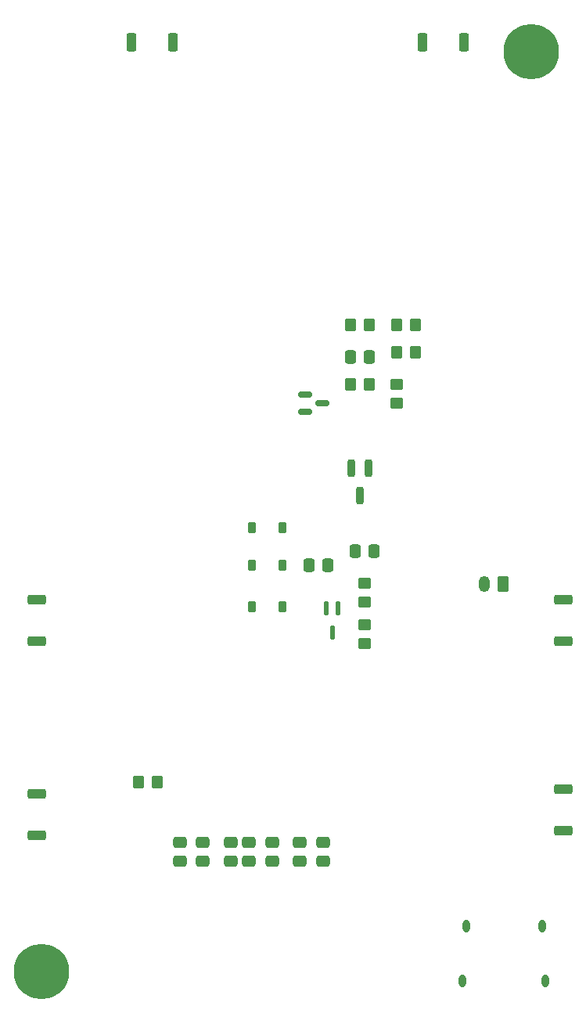
<source format=gbr>
%TF.GenerationSoftware,KiCad,Pcbnew,9.0.6*%
%TF.CreationDate,2025-11-24T16:31:49-05:00*%
%TF.ProjectId,EPD_HUB_ESP32,4550445f-4855-4425-9f45-535033322e6b,rev?*%
%TF.SameCoordinates,Original*%
%TF.FileFunction,Soldermask,Top*%
%TF.FilePolarity,Negative*%
%FSLAX46Y46*%
G04 Gerber Fmt 4.6, Leading zero omitted, Abs format (unit mm)*
G04 Created by KiCad (PCBNEW 9.0.6) date 2025-11-24 16:31:49*
%MOMM*%
%LPD*%
G01*
G04 APERTURE LIST*
G04 Aperture macros list*
%AMRoundRect*
0 Rectangle with rounded corners*
0 $1 Rounding radius*
0 $2 $3 $4 $5 $6 $7 $8 $9 X,Y pos of 4 corners*
0 Add a 4 corners polygon primitive as box body*
4,1,4,$2,$3,$4,$5,$6,$7,$8,$9,$2,$3,0*
0 Add four circle primitives for the rounded corners*
1,1,$1+$1,$2,$3*
1,1,$1+$1,$4,$5*
1,1,$1+$1,$6,$7*
1,1,$1+$1,$8,$9*
0 Add four rect primitives between the rounded corners*
20,1,$1+$1,$2,$3,$4,$5,0*
20,1,$1+$1,$4,$5,$6,$7,0*
20,1,$1+$1,$6,$7,$8,$9,0*
20,1,$1+$1,$8,$9,$2,$3,0*%
G04 Aperture macros list end*
%ADD10C,6.000000*%
%ADD11RoundRect,0.250000X0.475000X-0.337500X0.475000X0.337500X-0.475000X0.337500X-0.475000X-0.337500X0*%
%ADD12RoundRect,0.250000X-0.450000X0.350000X-0.450000X-0.350000X0.450000X-0.350000X0.450000X0.350000X0*%
%ADD13RoundRect,0.250000X-0.275000X-0.750000X0.275000X-0.750000X0.275000X0.750000X-0.275000X0.750000X0*%
%ADD14RoundRect,0.250000X-0.350000X-0.450000X0.350000X-0.450000X0.350000X0.450000X-0.350000X0.450000X0*%
%ADD15RoundRect,0.250000X0.750000X-0.275000X0.750000X0.275000X-0.750000X0.275000X-0.750000X-0.275000X0*%
%ADD16RoundRect,0.225000X-0.225000X-0.375000X0.225000X-0.375000X0.225000X0.375000X-0.225000X0.375000X0*%
%ADD17RoundRect,0.250000X0.337500X0.475000X-0.337500X0.475000X-0.337500X-0.475000X0.337500X-0.475000X0*%
%ADD18RoundRect,0.250000X0.350000X0.450000X-0.350000X0.450000X-0.350000X-0.450000X0.350000X-0.450000X0*%
%ADD19RoundRect,0.225000X0.225000X0.375000X-0.225000X0.375000X-0.225000X-0.375000X0.225000X-0.375000X0*%
%ADD20RoundRect,0.250000X-0.337500X-0.475000X0.337500X-0.475000X0.337500X0.475000X-0.337500X0.475000X0*%
%ADD21RoundRect,0.250000X-0.750000X0.275000X-0.750000X-0.275000X0.750000X-0.275000X0.750000X0.275000X0*%
%ADD22RoundRect,0.250000X0.275000X0.750000X-0.275000X0.750000X-0.275000X-0.750000X0.275000X-0.750000X0*%
%ADD23RoundRect,0.200000X-0.200000X0.750000X-0.200000X-0.750000X0.200000X-0.750000X0.200000X0.750000X0*%
%ADD24RoundRect,0.112500X0.112500X0.637500X-0.112500X0.637500X-0.112500X-0.637500X0.112500X-0.637500X0*%
%ADD25RoundRect,0.150000X-0.587500X-0.150000X0.587500X-0.150000X0.587500X0.150000X-0.587500X0.150000X0*%
%ADD26RoundRect,0.250000X0.350000X0.625000X-0.350000X0.625000X-0.350000X-0.625000X0.350000X-0.625000X0*%
%ADD27O,1.200000X1.750000*%
%ADD28O,0.800000X1.400000*%
G04 APERTURE END LIST*
D10*
%TO.C,REF_1*%
X165000000Y-48000000D03*
%TD*%
%TO.C,REF_2*%
X112000000Y-147500000D03*
%TD*%
D11*
%TO.C,C18*%
X136938840Y-135537500D03*
X136938840Y-133462500D03*
%TD*%
D12*
%TO.C,R15*%
X146938840Y-105500000D03*
X146938840Y-107500000D03*
%TD*%
D11*
%TO.C,C15*%
X129438840Y-135537500D03*
X129438840Y-133462500D03*
%TD*%
D13*
%TO.C,SW3*%
X121713840Y-47000000D03*
X126163840Y-47000000D03*
%TD*%
D14*
%TO.C,R11*%
X122500000Y-127000000D03*
X124500000Y-127000000D03*
%TD*%
D15*
%TO.C,SW7*%
X111438840Y-111725000D03*
X111438840Y-107275000D03*
%TD*%
D16*
%TO.C,D6*%
X134788840Y-103500000D03*
X138088840Y-103500000D03*
%TD*%
D14*
%TO.C,R16*%
X145438840Y-84000000D03*
X147438840Y-84000000D03*
%TD*%
D17*
%TO.C,C10*%
X147976340Y-102000000D03*
X145901340Y-102000000D03*
%TD*%
D18*
%TO.C,R18*%
X152438840Y-80500000D03*
X150438840Y-80500000D03*
%TD*%
D19*
%TO.C,D5*%
X138088840Y-108000000D03*
X134788840Y-108000000D03*
%TD*%
D20*
%TO.C,C11*%
X140901340Y-103500000D03*
X142976340Y-103500000D03*
%TD*%
D11*
%TO.C,C13*%
X132438840Y-135537500D03*
X132438840Y-133462500D03*
%TD*%
D18*
%TO.C,R17*%
X147438840Y-77500000D03*
X145438840Y-77500000D03*
%TD*%
D14*
%TO.C,R19*%
X150438840Y-77500000D03*
X152438840Y-77500000D03*
%TD*%
D11*
%TO.C,C20*%
X126938840Y-135537500D03*
X126938840Y-133462500D03*
%TD*%
D21*
%TO.C,SW5*%
X111438840Y-128275000D03*
X111438840Y-132725000D03*
%TD*%
D11*
%TO.C,C19*%
X134438840Y-135537500D03*
X134438840Y-133462500D03*
%TD*%
D15*
%TO.C,SW4*%
X168438840Y-111725000D03*
X168438840Y-107275000D03*
%TD*%
D22*
%TO.C,SW2*%
X157663840Y-47000000D03*
X153213840Y-47000000D03*
%TD*%
D17*
%TO.C,C12*%
X147476340Y-81000000D03*
X145401340Y-81000000D03*
%TD*%
D12*
%TO.C,R14*%
X146938840Y-110000000D03*
X146938840Y-112000000D03*
%TD*%
D23*
%TO.C,Q5*%
X147388840Y-93000000D03*
X145488840Y-93000000D03*
X146438840Y-96000000D03*
%TD*%
D21*
%TO.C,SW1*%
X168438840Y-127775000D03*
X168438840Y-132225000D03*
%TD*%
D19*
%TO.C,D4*%
X138088840Y-99500000D03*
X134788840Y-99500000D03*
%TD*%
D24*
%TO.C,Q4*%
X144088840Y-108170000D03*
X142788840Y-108170000D03*
X143438840Y-110830000D03*
%TD*%
D12*
%TO.C,R20*%
X150438840Y-84000000D03*
X150438840Y-86000000D03*
%TD*%
D11*
%TO.C,C21*%
X142438840Y-135537500D03*
X142438840Y-133462500D03*
%TD*%
D25*
%TO.C,Q6*%
X140501340Y-85050000D03*
X140501340Y-86950000D03*
X142376340Y-86000000D03*
%TD*%
D11*
%TO.C,C17*%
X139938840Y-135537500D03*
X139938840Y-133462500D03*
%TD*%
D26*
%TO.C,J5*%
X161938840Y-105550000D03*
D27*
X159938840Y-105550000D03*
%TD*%
D28*
%TO.C,J1*%
X166529840Y-148500000D03*
X166169840Y-142550000D03*
X157909840Y-142550000D03*
X157549840Y-148500000D03*
%TD*%
M02*

</source>
